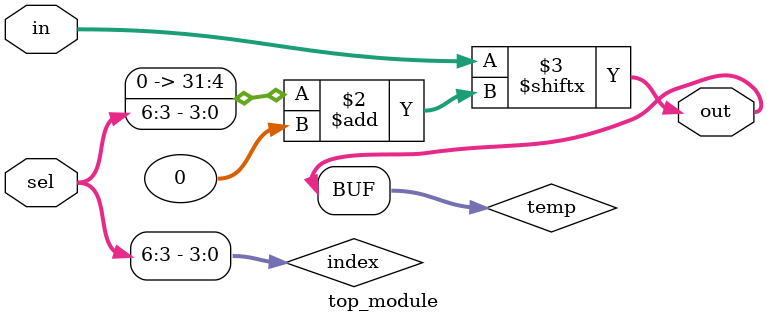
<source format=sv>
module top_module (
    input [1023:0] in,
    input [7:0] sel,
    output [3:0] out
);

    reg [3:0] index; // variable to hold the starting index of the 4-bit block in the input vector
    reg [3:0] temp; // temp variable to extract the 4-bit block from the input vector

    always @(*) begin
        index = sel[6:3]; // calculate the starting index based on the selection vector
        temp = in[index +: 4]; // extract the 4-bit block from the input vector starting from the calculated index
        out = temp; // assign the extracted 4-bit block to the output vector
    end

endmodule

</source>
